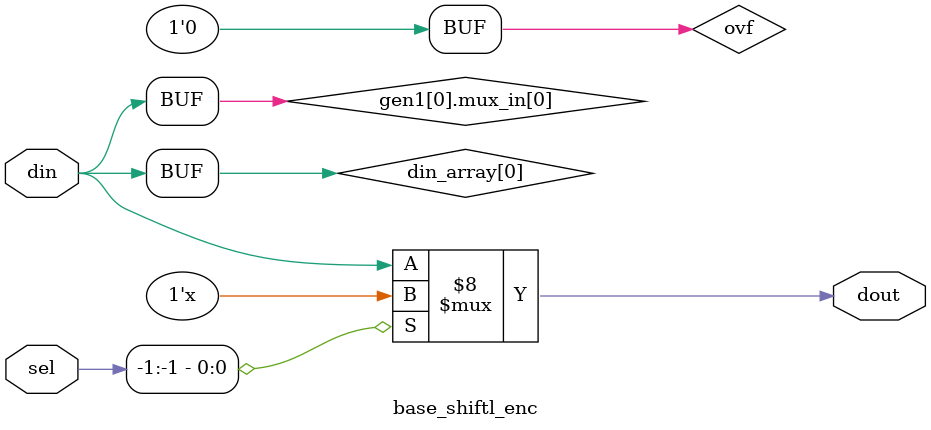
<source format=sv>
/*
 * Copyright 2017 IBM Corporation
 * Licensed to the Apache Software Foundation (ASF) under one
 * or more contributor license agreements.  See the NOTICE file
 * distributed with this work for additional information
 * regarding copyright ownership.  The ASF licenses this file
 * to you under the Apache License, Version 2.0 (the
 * "License"); you may not use this file except in compliance
 * with the License.  You may obtain a copy of the License at
 *
 *     http://www.apache.org/licenses/LICENSE-2.0
 *
 * Unless required by applicable law or agreed to in writing, software
 * distributed under the License is distributed on an "AS IS" BASIS,
 * WITHOUT WARRANTIES OR CONDITIONS OF ANY KIND, either express or implied.
 * See the License for the specific language governing permissions and
 * limitations under the License.
 *
 * Author: Andrew K Martin akmartin@us.ibm.com
 */
 
module base_shiftl_enc#
  (parameter width=1,
   parameter ways=1,
   parameter oways=ways,
   parameter sel_width=$clog2(ways)
   )
   (input [0:ways*width-1] din,
    output [0:oways*width-1] dout,
    input [0:sel_width-1]    sel
    );

   genvar 		     i;
   genvar 		     j;
   wire [0:width-1] 	     din_array[0:ways-1];
   wire 		     ovf;
   
   generate
      if (sel_width > $clog2(ways))
	begin : gen2
	   localparam [0:sel_width-1] ways_w = ways;
	   assign ovf = sel > ways_w;
	end
      else
	assign ovf = 1'b0;
      
      for(i=0; i<ways; i=i+1)
	assign din_array[i] = din[i*width:(i+1)*width-1];

      for(i=0; i<oways; i=i+1)  // for each output lane
	begin : gen1
	   wire [0:width-1] mux_in[0:ways-1];
	   
	   for(j=0; j<ways-i; j=j+1)
	     assign mux_in[j] = din_array[j+i];
	   
	   for(j=ways-i; j<ways; j=j+1)
	     assign mux_in[j] = {width{1'b0}};

	   assign dout[i*width:(i+1)*width-1] = ovf ? {width{1'b0}} : mux_in[sel];
	end
   endgenerate
endmodule // base_rotr_enc

</source>
